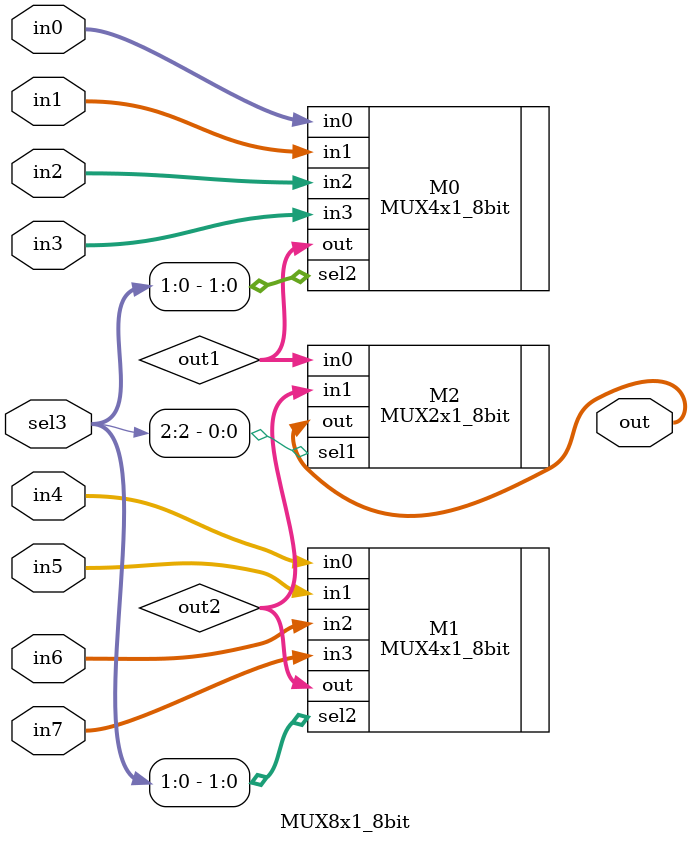
<source format=sv>
`timescale 1ns / 1ps


module MUX8x1_8bit(input [2:0] sel3, 
                input [7:0] in0,in1,in2,in3,in4,in5,in6,in7,
                output reg [7:0] out
    );
    
wire [7:0] out1, out2;
MUX4x1_8bit M0(.sel2(sel3[1:0]), .in0(in0), .in1(in1), .in2(in2), .in3(in3), .out(out1));
MUX4x1_8bit M1(.sel2(sel3[1:0]), .in0(in4), .in1(in5), .in2(in6), .in3(in7), .out(out2));

MUX2x1_8bit M2(.sel1(sel3[2]),  .in0(out1), .in1(out2), .out(out));

endmodule

</source>
